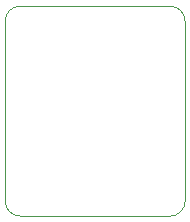
<source format=gm1>
G04 #@! TF.FileFunction,Profile,NP*
%FSLAX46Y46*%
G04 Gerber Fmt 4.6, Leading zero omitted, Abs format (unit mm)*
G04 Created by KiCad (PCBNEW 4.0.1-stable) date Sunday, April 24, 2016 'PMt' 05:46:04 PM*
%MOMM*%
G01*
G04 APERTURE LIST*
%ADD10C,0.100000*%
G04 APERTURE END LIST*
D10*
X171450000Y-97790000D02*
X171450000Y-82550000D01*
X157480000Y-99060000D02*
X170180000Y-99060000D01*
X156210000Y-82550000D02*
X156210000Y-97790000D01*
X170180000Y-81280000D02*
X157480000Y-81280000D01*
X156210000Y-97790000D02*
G75*
G03X157480000Y-99060000I1270000J0D01*
G01*
X170180000Y-99060000D02*
G75*
G03X171450000Y-97790000I0J1270000D01*
G01*
X171450000Y-82550000D02*
G75*
G03X170180000Y-81280000I-1270000J0D01*
G01*
X157480000Y-81280000D02*
G75*
G03X156210000Y-82550000I0J-1270000D01*
G01*
M02*

</source>
